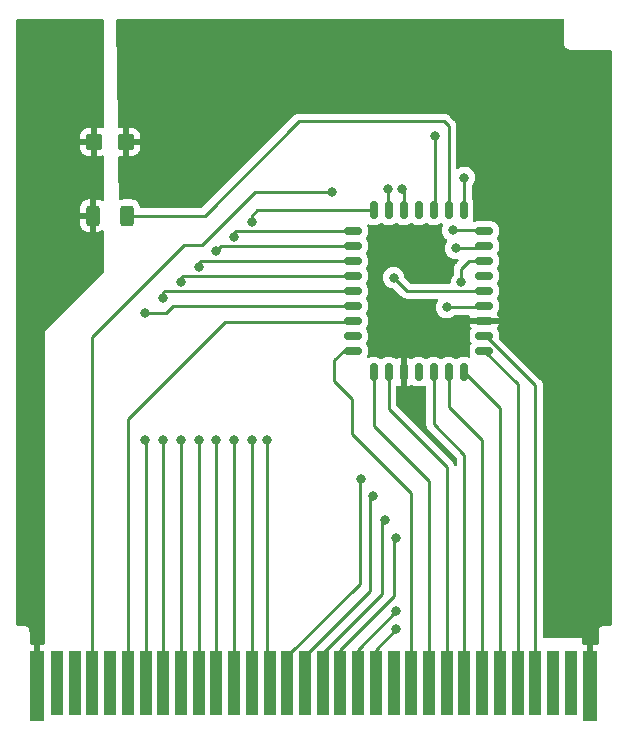
<source format=gbr>
%TF.GenerationSoftware,KiCad,Pcbnew,(6.0.6)*%
%TF.CreationDate,2022-10-29T15:41:58-04:00*%
%TF.ProjectId,isaacCart,69736161-6343-4617-9274-2e6b69636164,rev?*%
%TF.SameCoordinates,Original*%
%TF.FileFunction,Copper,L1,Top*%
%TF.FilePolarity,Positive*%
%FSLAX46Y46*%
G04 Gerber Fmt 4.6, Leading zero omitted, Abs format (unit mm)*
G04 Created by KiCad (PCBNEW (6.0.6)) date 2022-10-29 15:41:58*
%MOMM*%
%LPD*%
G01*
G04 APERTURE LIST*
G04 Aperture macros list*
%AMRoundRect*
0 Rectangle with rounded corners*
0 $1 Rounding radius*
0 $2 $3 $4 $5 $6 $7 $8 $9 X,Y pos of 4 corners*
0 Add a 4 corners polygon primitive as box body*
4,1,4,$2,$3,$4,$5,$6,$7,$8,$9,$2,$3,0*
0 Add four circle primitives for the rounded corners*
1,1,$1+$1,$2,$3*
1,1,$1+$1,$4,$5*
1,1,$1+$1,$6,$7*
1,1,$1+$1,$8,$9*
0 Add four rect primitives between the rounded corners*
20,1,$1+$1,$2,$3,$4,$5,0*
20,1,$1+$1,$4,$5,$6,$7,0*
20,1,$1+$1,$6,$7,$8,$9,0*
20,1,$1+$1,$8,$9,$2,$3,0*%
G04 Aperture macros list end*
%TA.AperFunction,SMDPad,CuDef*%
%ADD10RoundRect,0.250000X0.312500X0.625000X-0.312500X0.625000X-0.312500X-0.625000X0.312500X-0.625000X0*%
%TD*%
%TA.AperFunction,ConnectorPad*%
%ADD11R,1.300000X6.000000*%
%TD*%
%TA.AperFunction,ConnectorPad*%
%ADD12R,1.000000X5.500000*%
%TD*%
%TA.AperFunction,SMDPad,CuDef*%
%ADD13RoundRect,0.250000X-0.450000X-0.425000X0.450000X-0.425000X0.450000X0.425000X-0.450000X0.425000X0*%
%TD*%
%TA.AperFunction,SMDPad,CuDef*%
%ADD14RoundRect,0.150000X-0.150000X-0.587500X0.150000X-0.587500X0.150000X0.587500X-0.150000X0.587500X0*%
%TD*%
%TA.AperFunction,SMDPad,CuDef*%
%ADD15RoundRect,0.150000X-0.587500X-0.150000X0.587500X-0.150000X0.587500X0.150000X-0.587500X0.150000X0*%
%TD*%
%TA.AperFunction,ViaPad*%
%ADD16C,0.800000*%
%TD*%
%TA.AperFunction,Conductor*%
%ADD17C,0.250000*%
%TD*%
G04 APERTURE END LIST*
D10*
%TO.P,R1,1*%
%TO.N,Net-(R1-Pad1)*%
X112902500Y-95370000D03*
%TO.P,R1,2*%
%TO.N,+5V*%
X109977500Y-95370000D03*
%TD*%
D11*
%TO.P,J1,1,VCC*%
%TO.N,+5V*%
X105291240Y-135183407D03*
D12*
%TO.P,J1,2,CLK~{}*%
%TO.N,unconnected-(J1-Pad2)*%
X106941240Y-134933407D03*
%TO.P,J1,3,WR*%
%TO.N,unconnected-(J1-Pad3)*%
X108441240Y-134933407D03*
%TO.P,J1,4,RD*%
%TO.N,GBRD*%
X109941240Y-134933407D03*
%TO.P,J1,5,CS*%
%TO.N,unconnected-(J1-Pad5)*%
X111441240Y-134933407D03*
%TO.P,J1,6,A0*%
%TO.N,A0*%
X112941240Y-134933407D03*
%TO.P,J1,7,A1*%
%TO.N,A1*%
X114441240Y-134933407D03*
%TO.P,J1,8,A2*%
%TO.N,A2*%
X115941240Y-134933407D03*
%TO.P,J1,9,A3*%
%TO.N,A3*%
X117441240Y-134933407D03*
%TO.P,J1,10,A4*%
%TO.N,A4*%
X118941240Y-134933407D03*
%TO.P,J1,11,A5*%
%TO.N,A5*%
X120441240Y-134933407D03*
%TO.P,J1,12,A6*%
%TO.N,A6*%
X121941240Y-134933407D03*
%TO.P,J1,13,A7*%
%TO.N,A7*%
X123441240Y-134933407D03*
%TO.P,J1,14,A8*%
%TO.N,A8*%
X124941240Y-134933407D03*
%TO.P,J1,15,A9*%
%TO.N,A9*%
X126441240Y-134933407D03*
%TO.P,J1,16,A10*%
%TO.N,A10*%
X127941240Y-134933407D03*
%TO.P,J1,17,A11*%
%TO.N,A11*%
X129441240Y-134933407D03*
%TO.P,J1,18,A12*%
%TO.N,A12*%
X130941240Y-134933407D03*
%TO.P,J1,19,A13*%
%TO.N,A13*%
X132441240Y-134933407D03*
%TO.P,J1,20,A14*%
%TO.N,A14*%
X133941240Y-134933407D03*
%TO.P,J1,21,A15*%
%TO.N,unconnected-(J1-Pad21)*%
X135441240Y-134933407D03*
%TO.P,J1,22,D0*%
%TO.N,D0*%
X136941240Y-134933407D03*
%TO.P,J1,23,D1*%
%TO.N,D1*%
X138441240Y-134933407D03*
%TO.P,J1,24,D2*%
%TO.N,D2*%
X139941240Y-134933407D03*
%TO.P,J1,25,D3*%
%TO.N,D3*%
X141441240Y-134933407D03*
%TO.P,J1,26,D4*%
%TO.N,D4*%
X142941240Y-134933407D03*
%TO.P,J1,27,D5*%
%TO.N,D5*%
X144441240Y-134933407D03*
%TO.P,J1,28,D6*%
%TO.N,D6*%
X145941240Y-134933407D03*
%TO.P,J1,29,D7*%
%TO.N,D7*%
X147441240Y-134933407D03*
%TO.P,J1,30,CS2*%
%TO.N,unconnected-(J1-Pad30)*%
X148941240Y-134933407D03*
%TO.P,J1,31,IRQ*%
%TO.N,unconnected-(J1-Pad31)*%
X150441240Y-134933407D03*
D11*
%TO.P,J1,32,GND*%
%TO.N,GND*%
X152091240Y-135183407D03*
%TD*%
D13*
%TO.P,C1,1*%
%TO.N,+5V*%
X110090000Y-89120000D03*
%TO.P,C1,2*%
%TO.N,GND*%
X112790000Y-89120000D03*
%TD*%
D14*
%TO.P,U1,1*%
%TO.N,N/C*%
X137565000Y-94907500D03*
%TO.P,U1,2,A14*%
%TO.N,A14*%
X136295000Y-94907500D03*
%TO.P,U1,3,A12*%
%TO.N,A12*%
X135025000Y-94907500D03*
%TO.P,U1,4,A7*%
%TO.N,A7*%
X133755000Y-94907500D03*
D15*
%TO.P,U1,5,A6*%
%TO.N,A6*%
X132002500Y-96665000D03*
%TO.P,U1,6,A5*%
%TO.N,A5*%
X132002500Y-97935000D03*
%TO.P,U1,7,A4*%
%TO.N,A4*%
X132002500Y-99205000D03*
%TO.P,U1,8,A3*%
%TO.N,A3*%
X132002500Y-100475000D03*
%TO.P,U1,9,A2*%
%TO.N,A2*%
X132002500Y-101745000D03*
%TO.P,U1,10,A1*%
%TO.N,A1*%
X132002500Y-103015000D03*
%TO.P,U1,11,A0*%
%TO.N,A0*%
X132002500Y-104285000D03*
%TO.P,U1,12*%
%TO.N,N/C*%
X132002500Y-105555000D03*
%TO.P,U1,13,D0*%
%TO.N,D0*%
X132002500Y-106825000D03*
D14*
%TO.P,U1,14,D1*%
%TO.N,D1*%
X133755000Y-108582500D03*
%TO.P,U1,15,D2*%
%TO.N,D2*%
X135025000Y-108582500D03*
%TO.P,U1,16,GND*%
%TO.N,GND*%
X136295000Y-108582500D03*
%TO.P,U1,17*%
%TO.N,N/C*%
X137565000Y-108582500D03*
%TO.P,U1,18,D3*%
%TO.N,D3*%
X138835000Y-108582500D03*
%TO.P,U1,19,D4*%
%TO.N,D4*%
X140105000Y-108582500D03*
%TO.P,U1,20,D5*%
%TO.N,D5*%
X141375000Y-108582500D03*
D15*
%TO.P,U1,21,D6*%
%TO.N,D6*%
X143127500Y-106825000D03*
%TO.P,U1,22,D7*%
%TO.N,D7*%
X143127500Y-105555000D03*
%TO.P,U1,23,~{CE}*%
%TO.N,GND*%
X143127500Y-104285000D03*
%TO.P,U1,24,A10*%
%TO.N,A10*%
X143127500Y-103015000D03*
%TO.P,U1,25,~{OE}*%
%TO.N,GBRD*%
X143127500Y-101745000D03*
%TO.P,U1,26*%
%TO.N,N/C*%
X143127500Y-100475000D03*
%TO.P,U1,27,A11*%
%TO.N,A11*%
X143127500Y-99205000D03*
%TO.P,U1,28,A9*%
%TO.N,A9*%
X143127500Y-97935000D03*
%TO.P,U1,29,A8*%
%TO.N,A8*%
X143127500Y-96665000D03*
D14*
%TO.P,U1,30,A13*%
%TO.N,A13*%
X141375000Y-94907500D03*
%TO.P,U1,31,~{WE}*%
%TO.N,Net-(R1-Pad1)*%
X140105000Y-94907500D03*
%TO.P,U1,32,VCC*%
%TO.N,+5V*%
X138835000Y-94907500D03*
%TD*%
D16*
%TO.N,+5V*%
X138940000Y-88620000D03*
X107940000Y-91620000D03*
%TO.N,GBRD*%
X135440000Y-100620000D03*
X130190000Y-93370000D03*
%TO.N,A1*%
X114440000Y-103620000D03*
X114440000Y-114370000D03*
%TO.N,A2*%
X115928590Y-102299913D03*
X115940000Y-114370000D03*
%TO.N,A3*%
X117440000Y-101020500D03*
X117440000Y-114370000D03*
%TO.N,A4*%
X118940000Y-114370000D03*
X118940000Y-99750500D03*
%TO.N,A5*%
X120440000Y-98370000D03*
X120440000Y-114370000D03*
%TO.N,A6*%
X121940000Y-97210500D03*
X121940000Y-114370000D03*
%TO.N,A7*%
X123440000Y-114370000D03*
X123440000Y-95870000D03*
%TO.N,A8*%
X124690000Y-114370000D03*
X140440000Y-96620000D03*
%TO.N,A9*%
X132690000Y-117620000D03*
X140690000Y-98120000D03*
%TO.N,A10*%
X139940000Y-103120000D03*
X133690000Y-119120000D03*
%TO.N,A11*%
X141190000Y-101020500D03*
X134690000Y-121120000D03*
%TO.N,A12*%
X134940000Y-93120000D03*
X135690000Y-122620000D03*
%TO.N,A13*%
X141440000Y-92145500D03*
X135690000Y-128870000D03*
%TO.N,A14*%
X135690000Y-130370000D03*
X136190000Y-93120000D03*
%TO.N,GND*%
X136690000Y-111120000D03*
X150190000Y-119870000D03*
%TD*%
D17*
%TO.N,+5V*%
X138940000Y-88620000D02*
X138940000Y-94802500D01*
X138940000Y-94802500D02*
X138835000Y-94907500D01*
%TO.N,GBRD*%
X130190000Y-93370000D02*
X123690000Y-93370000D01*
X123690000Y-93370000D02*
X119190000Y-97870000D01*
X135440000Y-100620000D02*
X136565000Y-101745000D01*
X109941240Y-105618760D02*
X109941240Y-134933407D01*
X119190000Y-97870000D02*
X117690000Y-97870000D01*
X136565000Y-101745000D02*
X143127500Y-101745000D01*
X117690000Y-97870000D02*
X109941240Y-105618760D01*
%TO.N,A0*%
X131778249Y-104370000D02*
X121190000Y-104370000D01*
X132002500Y-104285000D02*
X131863249Y-104285000D01*
X131863249Y-104285000D02*
X131778249Y-104370000D01*
X112941240Y-112618760D02*
X112941240Y-134933407D01*
X121190000Y-104370000D02*
X112941240Y-112618760D01*
%TO.N,A1*%
X114441240Y-114371240D02*
X114441240Y-134933407D01*
X116795000Y-103015000D02*
X132002500Y-103015000D01*
X116190000Y-103620000D02*
X116795000Y-103015000D01*
X114440000Y-103620000D02*
X116190000Y-103620000D01*
X114440000Y-114370000D02*
X114441240Y-114371240D01*
%TO.N,A2*%
X115940000Y-101870000D02*
X115940000Y-102288503D01*
X132002500Y-101745000D02*
X116065000Y-101745000D01*
X115940000Y-102288503D02*
X115928590Y-102299913D01*
X116065000Y-101745000D02*
X115940000Y-101870000D01*
X115941240Y-114371240D02*
X115941240Y-134933407D01*
X115940000Y-114370000D02*
X115941240Y-114371240D01*
%TO.N,A3*%
X117440000Y-100620000D02*
X117440000Y-101020500D01*
X117585000Y-100475000D02*
X117440000Y-100620000D01*
X132002500Y-100475000D02*
X117585000Y-100475000D01*
X117440000Y-114370000D02*
X117441240Y-114371240D01*
X117441240Y-114371240D02*
X117441240Y-134933407D01*
%TO.N,A4*%
X119105000Y-99205000D02*
X118940000Y-99370000D01*
X118940000Y-114370000D02*
X118941240Y-114371240D01*
X118941240Y-114371240D02*
X118941240Y-134933407D01*
X118940000Y-99370000D02*
X118940000Y-99750500D01*
X132002500Y-99205000D02*
X119105000Y-99205000D01*
%TO.N,A5*%
X120441240Y-114371240D02*
X120441240Y-134933407D01*
X132002500Y-97935000D02*
X120875000Y-97935000D01*
X120875000Y-97935000D02*
X120440000Y-98370000D01*
X120440000Y-114370000D02*
X120441240Y-114371240D01*
%TO.N,A6*%
X122145000Y-96665000D02*
X121940000Y-96870000D01*
X121941240Y-114371240D02*
X121941240Y-134933407D01*
X121940000Y-114370000D02*
X121941240Y-114371240D01*
X121940000Y-96870000D02*
X121940000Y-97210500D01*
X132002500Y-96665000D02*
X122145000Y-96665000D01*
%TO.N,A7*%
X123902500Y-94907500D02*
X123440000Y-95370000D01*
X133755000Y-94907500D02*
X123902500Y-94907500D01*
X123441240Y-114371240D02*
X123441240Y-134933407D01*
X123440000Y-114370000D02*
X123441240Y-114371240D01*
X123440000Y-95370000D02*
X123440000Y-95870000D01*
%TO.N,A8*%
X124941240Y-134933407D02*
X124941240Y-132683407D01*
X140440000Y-96620000D02*
X143082500Y-96620000D01*
X124941240Y-132683407D02*
X124690000Y-132432167D01*
X124690000Y-132432167D02*
X124690000Y-114870000D01*
X143082500Y-96620000D02*
X143127500Y-96665000D01*
X124690000Y-114870000D02*
X124690000Y-114370000D01*
%TO.N,A9*%
X132566241Y-117743759D02*
X132690000Y-117620000D01*
X142942500Y-98120000D02*
X143127500Y-97935000D01*
X140690000Y-98120000D02*
X142942500Y-98120000D01*
X126441240Y-134933407D02*
X126441240Y-132683407D01*
X132566241Y-126558406D02*
X132566241Y-117870000D01*
X126441240Y-132683407D02*
X132566241Y-126558406D01*
X132566241Y-117870000D02*
X132566241Y-117743759D01*
%TO.N,A10*%
X127941240Y-132683407D02*
X127941240Y-134933407D01*
X139940000Y-103120000D02*
X143022500Y-103120000D01*
X143022500Y-103120000D02*
X143127500Y-103015000D01*
X133440000Y-127184647D02*
X127941240Y-132683407D01*
X133440000Y-119370000D02*
X133440000Y-127184647D01*
X133690000Y-119120000D02*
X133440000Y-119370000D01*
%TO.N,A11*%
X129441240Y-132368760D02*
X129441240Y-134933407D01*
X141190000Y-101020500D02*
X141190000Y-99870000D01*
X134690000Y-121120000D02*
X134440000Y-121370000D01*
X134440000Y-121370000D02*
X134440000Y-127370000D01*
X141190000Y-99870000D02*
X141855000Y-99205000D01*
X134440000Y-127370000D02*
X129441240Y-132368760D01*
X141855000Y-99205000D02*
X143127500Y-99205000D01*
%TO.N,A12*%
X135690000Y-122620000D02*
X135465000Y-122845000D01*
X135465000Y-122845000D02*
X135465000Y-127595000D01*
X134940000Y-94822500D02*
X135025000Y-94907500D01*
X130941240Y-132118760D02*
X130941240Y-134933407D01*
X134940000Y-93120000D02*
X134940000Y-94822500D01*
X135465000Y-127595000D02*
X130941240Y-132118760D01*
%TO.N,A13*%
X141440000Y-94842500D02*
X141375000Y-94907500D01*
X135690000Y-128870000D02*
X132441240Y-132118760D01*
X132441240Y-132118760D02*
X132441240Y-134933407D01*
X141440000Y-92145500D02*
X141440000Y-94842500D01*
%TO.N,A14*%
X136295000Y-93225000D02*
X136295000Y-94907500D01*
X136190000Y-93120000D02*
X136295000Y-93225000D01*
X133941240Y-132118760D02*
X133941240Y-134933407D01*
X135690000Y-130370000D02*
X133941240Y-132118760D01*
%TO.N,D0*%
X131235000Y-106825000D02*
X130440000Y-107620000D01*
X132002500Y-106825000D02*
X131235000Y-106825000D01*
X130440000Y-109370000D02*
X131940000Y-110870000D01*
X131940000Y-113870000D02*
X136941240Y-118871240D01*
X130440000Y-107620000D02*
X130440000Y-109370000D01*
X131940000Y-110870000D02*
X131940000Y-113870000D01*
X136941240Y-118871240D02*
X136941240Y-134933407D01*
%TO.N,D1*%
X133755000Y-108582500D02*
X133755000Y-113185000D01*
X133755000Y-113185000D02*
X138441240Y-117871240D01*
X138441240Y-117871240D02*
X138441240Y-134933407D01*
%TO.N,D2*%
X139941240Y-130871240D02*
X139941240Y-134933407D01*
X135025000Y-111705000D02*
X139940000Y-116620000D01*
X135025000Y-108582500D02*
X135025000Y-111705000D01*
X139940000Y-116620000D02*
X139940000Y-130870000D01*
X139940000Y-130870000D02*
X139941240Y-130871240D01*
%TO.N,D3*%
X138835000Y-108582500D02*
X138835000Y-113015000D01*
X138835000Y-113015000D02*
X141441240Y-115621240D01*
X141441240Y-115621240D02*
X141441240Y-134933407D01*
%TO.N,D4*%
X140105000Y-108582500D02*
X140105000Y-111535000D01*
X140105000Y-111535000D02*
X142941240Y-114371240D01*
X142941240Y-114371240D02*
X142941240Y-134933407D01*
%TO.N,D5*%
X144441240Y-111648740D02*
X144441240Y-134933407D01*
X141375000Y-108582500D02*
X144441240Y-111648740D01*
%TO.N,D6*%
X143127500Y-106825000D02*
X145941240Y-109638740D01*
X145941240Y-109638740D02*
X145941240Y-134933407D01*
%TO.N,D7*%
X143127500Y-105555000D02*
X143266751Y-105555000D01*
X143266751Y-105555000D02*
X147441240Y-109729489D01*
X147441240Y-109729489D02*
X147441240Y-134933407D01*
%TO.N,Net-(R1-Pad1)*%
X140105000Y-87785000D02*
X139690000Y-87370000D01*
X139690000Y-87370000D02*
X127440000Y-87370000D01*
X119440000Y-95370000D02*
X112902500Y-95370000D01*
X127440000Y-87370000D02*
X119440000Y-95370000D01*
X140105000Y-94907500D02*
X140105000Y-87785000D01*
%TD*%
%TA.AperFunction,Conductor*%
%TO.N,+5V*%
G36*
X110882121Y-78723502D02*
G01*
X110928614Y-78777158D01*
X110940000Y-78829500D01*
X110940000Y-87854496D01*
X110919998Y-87922617D01*
X110866342Y-87969110D01*
X110796068Y-87979214D01*
X110774333Y-87974089D01*
X110701293Y-87949863D01*
X110687914Y-87946995D01*
X110593562Y-87937328D01*
X110587145Y-87937000D01*
X110362115Y-87937000D01*
X110346876Y-87941475D01*
X110345671Y-87942865D01*
X110344000Y-87950548D01*
X110344000Y-90284884D01*
X110348475Y-90300123D01*
X110349865Y-90301328D01*
X110357548Y-90302999D01*
X110587095Y-90302999D01*
X110593614Y-90302662D01*
X110689206Y-90292743D01*
X110702600Y-90289851D01*
X110774124Y-90265989D01*
X110845074Y-90263405D01*
X110906158Y-90299589D01*
X110937982Y-90363053D01*
X110940000Y-90385513D01*
X110940000Y-94029518D01*
X110919998Y-94097639D01*
X110866342Y-94144132D01*
X110796068Y-94154236D01*
X110747884Y-94136778D01*
X110618757Y-94057184D01*
X110605576Y-94051037D01*
X110451290Y-93999862D01*
X110437914Y-93996995D01*
X110343562Y-93987328D01*
X110337145Y-93987000D01*
X110249615Y-93987000D01*
X110234376Y-93991475D01*
X110233171Y-93992865D01*
X110231500Y-94000548D01*
X110231500Y-96734884D01*
X110235975Y-96750123D01*
X110237365Y-96751328D01*
X110245048Y-96752999D01*
X110337095Y-96752999D01*
X110343614Y-96752662D01*
X110439206Y-96742743D01*
X110452600Y-96739851D01*
X110606784Y-96688412D01*
X110619962Y-96682239D01*
X110747697Y-96603193D01*
X110816148Y-96584355D01*
X110883918Y-96605516D01*
X110929489Y-96659957D01*
X110940000Y-96710337D01*
X110940000Y-100067810D01*
X110919998Y-100135931D01*
X110903095Y-100156905D01*
X105940000Y-105120000D01*
X105940000Y-131549407D01*
X105919998Y-131617528D01*
X105866342Y-131664021D01*
X105814000Y-131675407D01*
X105563355Y-131675407D01*
X105548116Y-131679882D01*
X105546911Y-131681272D01*
X105545240Y-131688955D01*
X105545240Y-135311407D01*
X105525238Y-135379528D01*
X105471582Y-135426021D01*
X105419240Y-135437407D01*
X105163240Y-135437407D01*
X105095119Y-135417405D01*
X105048626Y-135363749D01*
X105037240Y-135311407D01*
X105037240Y-131693523D01*
X105032765Y-131678284D01*
X105031375Y-131677079D01*
X105023692Y-131675408D01*
X104816000Y-131675408D01*
X104747879Y-131655406D01*
X104701386Y-131601750D01*
X104690000Y-131549408D01*
X104690000Y-130620000D01*
X104682206Y-130620000D01*
X104659830Y-130600611D01*
X104660287Y-130600083D01*
X104647882Y-130593308D01*
X104613940Y-130531139D01*
X104613976Y-130525279D01*
X104605850Y-130496847D01*
X104602272Y-130480085D01*
X104599352Y-130459698D01*
X104598080Y-130450813D01*
X104587451Y-130427436D01*
X104581004Y-130409913D01*
X104576416Y-130393862D01*
X104573949Y-130385229D01*
X104569156Y-130377632D01*
X104558170Y-130360220D01*
X104550030Y-130345135D01*
X104537792Y-130318218D01*
X104521030Y-130298765D01*
X104509927Y-130283761D01*
X104496224Y-130262042D01*
X104489499Y-130256103D01*
X104489496Y-130256099D01*
X104474062Y-130242468D01*
X104462018Y-130230276D01*
X104448573Y-130214673D01*
X104448570Y-130214671D01*
X104442713Y-130207873D01*
X104421165Y-130193906D01*
X104406291Y-130182615D01*
X104393783Y-130171569D01*
X104393782Y-130171568D01*
X104387049Y-130165622D01*
X104360287Y-130153057D01*
X104345309Y-130144737D01*
X104328017Y-130133529D01*
X104328012Y-130133527D01*
X104320485Y-130128648D01*
X104311892Y-130126078D01*
X104311887Y-130126076D01*
X104295880Y-130121289D01*
X104278436Y-130114628D01*
X104263324Y-130107533D01*
X104263322Y-130107532D01*
X104255200Y-130103719D01*
X104246333Y-130102338D01*
X104246332Y-130102338D01*
X104236690Y-130100837D01*
X104225983Y-130099170D01*
X104209268Y-130095387D01*
X104189534Y-130089485D01*
X104189528Y-130089484D01*
X104180934Y-130086914D01*
X104171963Y-130086859D01*
X104171962Y-130086859D01*
X104161903Y-130086798D01*
X104146494Y-130086704D01*
X104145711Y-130086671D01*
X104144614Y-130086500D01*
X104113623Y-130086500D01*
X104112853Y-130086498D01*
X104039215Y-130086048D01*
X104039214Y-130086048D01*
X104035279Y-130086024D01*
X104033935Y-130086408D01*
X104032590Y-130086500D01*
X103639500Y-130086500D01*
X103571379Y-130066498D01*
X103524886Y-130012842D01*
X103513500Y-129960500D01*
X103513500Y-96042095D01*
X108907001Y-96042095D01*
X108907338Y-96048614D01*
X108917257Y-96144206D01*
X108920149Y-96157600D01*
X108971588Y-96311784D01*
X108977761Y-96324962D01*
X109063063Y-96462807D01*
X109072099Y-96474208D01*
X109186829Y-96588739D01*
X109198240Y-96597751D01*
X109336243Y-96682816D01*
X109349424Y-96688963D01*
X109503710Y-96740138D01*
X109517086Y-96743005D01*
X109611438Y-96752672D01*
X109617854Y-96753000D01*
X109705385Y-96753000D01*
X109720624Y-96748525D01*
X109721829Y-96747135D01*
X109723500Y-96739452D01*
X109723500Y-95642115D01*
X109719025Y-95626876D01*
X109717635Y-95625671D01*
X109709952Y-95624000D01*
X108925116Y-95624000D01*
X108909877Y-95628475D01*
X108908672Y-95629865D01*
X108907001Y-95637548D01*
X108907001Y-96042095D01*
X103513500Y-96042095D01*
X103513500Y-95097885D01*
X108907000Y-95097885D01*
X108911475Y-95113124D01*
X108912865Y-95114329D01*
X108920548Y-95116000D01*
X109705385Y-95116000D01*
X109720624Y-95111525D01*
X109721829Y-95110135D01*
X109723500Y-95102452D01*
X109723500Y-94005116D01*
X109719025Y-93989877D01*
X109717635Y-93988672D01*
X109709952Y-93987001D01*
X109617905Y-93987001D01*
X109611386Y-93987338D01*
X109515794Y-93997257D01*
X109502400Y-94000149D01*
X109348216Y-94051588D01*
X109335038Y-94057761D01*
X109197193Y-94143063D01*
X109185792Y-94152099D01*
X109071261Y-94266829D01*
X109062249Y-94278240D01*
X108977184Y-94416243D01*
X108971037Y-94429424D01*
X108919862Y-94583710D01*
X108916995Y-94597086D01*
X108907328Y-94691438D01*
X108907000Y-94697854D01*
X108907000Y-95097885D01*
X103513500Y-95097885D01*
X103513500Y-89592095D01*
X108882001Y-89592095D01*
X108882338Y-89598614D01*
X108892257Y-89694206D01*
X108895149Y-89707600D01*
X108946588Y-89861784D01*
X108952761Y-89874962D01*
X109038063Y-90012807D01*
X109047099Y-90024208D01*
X109161829Y-90138739D01*
X109173240Y-90147751D01*
X109311243Y-90232816D01*
X109324424Y-90238963D01*
X109478710Y-90290138D01*
X109492086Y-90293005D01*
X109586438Y-90302672D01*
X109592854Y-90303000D01*
X109817885Y-90303000D01*
X109833124Y-90298525D01*
X109834329Y-90297135D01*
X109836000Y-90289452D01*
X109836000Y-89392115D01*
X109831525Y-89376876D01*
X109830135Y-89375671D01*
X109822452Y-89374000D01*
X108900116Y-89374000D01*
X108884877Y-89378475D01*
X108883672Y-89379865D01*
X108882001Y-89387548D01*
X108882001Y-89592095D01*
X103513500Y-89592095D01*
X103513500Y-88847885D01*
X108882000Y-88847885D01*
X108886475Y-88863124D01*
X108887865Y-88864329D01*
X108895548Y-88866000D01*
X109817885Y-88866000D01*
X109833124Y-88861525D01*
X109834329Y-88860135D01*
X109836000Y-88852452D01*
X109836000Y-87955116D01*
X109831525Y-87939877D01*
X109830135Y-87938672D01*
X109822452Y-87937001D01*
X109592905Y-87937001D01*
X109586386Y-87937338D01*
X109490794Y-87947257D01*
X109477400Y-87950149D01*
X109323216Y-88001588D01*
X109310038Y-88007761D01*
X109172193Y-88093063D01*
X109160792Y-88102099D01*
X109046261Y-88216829D01*
X109037249Y-88228240D01*
X108952184Y-88366243D01*
X108946037Y-88379424D01*
X108894862Y-88533710D01*
X108891995Y-88547086D01*
X108882328Y-88641438D01*
X108882000Y-88647855D01*
X108882000Y-88847885D01*
X103513500Y-88847885D01*
X103513500Y-78829500D01*
X103533502Y-78761379D01*
X103587158Y-78714886D01*
X103639500Y-78703500D01*
X110814000Y-78703500D01*
X110882121Y-78723502D01*
G37*
%TD.AperFunction*%
%TD*%
%TA.AperFunction,Conductor*%
%TO.N,GND*%
G36*
X149838621Y-78723502D02*
G01*
X149885114Y-78777158D01*
X149896500Y-78829500D01*
X149896500Y-80786377D01*
X149896498Y-80787147D01*
X149896024Y-80864721D01*
X149898491Y-80873352D01*
X149904150Y-80893153D01*
X149907728Y-80909915D01*
X149911920Y-80939187D01*
X149915634Y-80947355D01*
X149915634Y-80947356D01*
X149922548Y-80962562D01*
X149928996Y-80980086D01*
X149936051Y-81004771D01*
X149940843Y-81012365D01*
X149940844Y-81012368D01*
X149951830Y-81029780D01*
X149959969Y-81044863D01*
X149972208Y-81071782D01*
X149978069Y-81078584D01*
X149988970Y-81091235D01*
X150000073Y-81106239D01*
X150013776Y-81127958D01*
X150020501Y-81133897D01*
X150020504Y-81133901D01*
X150035938Y-81147532D01*
X150047982Y-81159724D01*
X150061427Y-81175327D01*
X150061430Y-81175329D01*
X150067287Y-81182127D01*
X150074816Y-81187007D01*
X150074817Y-81187008D01*
X150088835Y-81196094D01*
X150103709Y-81207385D01*
X150116217Y-81218431D01*
X150122951Y-81224378D01*
X150149711Y-81236942D01*
X150164691Y-81245263D01*
X150181983Y-81256471D01*
X150181988Y-81256473D01*
X150189515Y-81261352D01*
X150198108Y-81263922D01*
X150198113Y-81263924D01*
X150214120Y-81268711D01*
X150231564Y-81275372D01*
X150246676Y-81282467D01*
X150246678Y-81282468D01*
X150254800Y-81286281D01*
X150263667Y-81287662D01*
X150263668Y-81287662D01*
X150273310Y-81289163D01*
X150284017Y-81290830D01*
X150300732Y-81294613D01*
X150320466Y-81300515D01*
X150320472Y-81300516D01*
X150329066Y-81303086D01*
X150338037Y-81303141D01*
X150338038Y-81303141D01*
X150348097Y-81303202D01*
X150363506Y-81303296D01*
X150364289Y-81303329D01*
X150365386Y-81303500D01*
X150396377Y-81303500D01*
X150397147Y-81303502D01*
X150470785Y-81303952D01*
X150470786Y-81303952D01*
X150474721Y-81303976D01*
X150476065Y-81303592D01*
X150477410Y-81303500D01*
X153770500Y-81303500D01*
X153838621Y-81323502D01*
X153885114Y-81377158D01*
X153896500Y-81429500D01*
X153896500Y-129960500D01*
X153876498Y-130028621D01*
X153822842Y-130075114D01*
X153770500Y-130086500D01*
X153313623Y-130086500D01*
X153312853Y-130086498D01*
X153312037Y-130086493D01*
X153235279Y-130086024D01*
X153212918Y-130092415D01*
X153206847Y-130094150D01*
X153190085Y-130097728D01*
X153160813Y-130101920D01*
X153152645Y-130105634D01*
X153152644Y-130105634D01*
X153137438Y-130112548D01*
X153119914Y-130118996D01*
X153095229Y-130126051D01*
X153087635Y-130130843D01*
X153087632Y-130130844D01*
X153070220Y-130141830D01*
X153055137Y-130149969D01*
X153028218Y-130162208D01*
X153021416Y-130168069D01*
X153008765Y-130178970D01*
X152993761Y-130190073D01*
X152972042Y-130203776D01*
X152966103Y-130210501D01*
X152966099Y-130210504D01*
X152952468Y-130225938D01*
X152940276Y-130237982D01*
X152924673Y-130251427D01*
X152924671Y-130251430D01*
X152917873Y-130257287D01*
X152912993Y-130264816D01*
X152912992Y-130264817D01*
X152903906Y-130278835D01*
X152892615Y-130293709D01*
X152881569Y-130306217D01*
X152875622Y-130312951D01*
X152863058Y-130339711D01*
X152854737Y-130354691D01*
X152843529Y-130371983D01*
X152843527Y-130371988D01*
X152838648Y-130379515D01*
X152836078Y-130388108D01*
X152836076Y-130388113D01*
X152831289Y-130404120D01*
X152824628Y-130421564D01*
X152813719Y-130444800D01*
X152812338Y-130453667D01*
X152812338Y-130453668D01*
X152809170Y-130474015D01*
X152805387Y-130490732D01*
X152799485Y-130510466D01*
X152799484Y-130510472D01*
X152796914Y-130519066D01*
X152796859Y-130528037D01*
X152796859Y-130528038D01*
X152796704Y-130553497D01*
X152796671Y-130554289D01*
X152796500Y-130555386D01*
X152796500Y-130586377D01*
X152796498Y-130587147D01*
X152796024Y-130664721D01*
X152796408Y-130666065D01*
X152796500Y-130667410D01*
X152796500Y-131549407D01*
X152776498Y-131617528D01*
X152722842Y-131664021D01*
X152670500Y-131675407D01*
X152363355Y-131675407D01*
X152348116Y-131679882D01*
X152346911Y-131681272D01*
X152345240Y-131688955D01*
X152345240Y-132620000D01*
X151837240Y-132620000D01*
X151837240Y-131693523D01*
X151832765Y-131678284D01*
X151831375Y-131677079D01*
X151823692Y-131675408D01*
X151566000Y-131675408D01*
X151497879Y-131655406D01*
X151451386Y-131601750D01*
X151440000Y-131549408D01*
X151440000Y-131120000D01*
X151426446Y-131120003D01*
X151426445Y-131120003D01*
X148200770Y-131120761D01*
X148132644Y-131100775D01*
X148086139Y-131047130D01*
X148074740Y-130994761D01*
X148074740Y-109808256D01*
X148075267Y-109797073D01*
X148076942Y-109789580D01*
X148076232Y-109766973D01*
X148074802Y-109721490D01*
X148074740Y-109717532D01*
X148074740Y-109689633D01*
X148074236Y-109685642D01*
X148073303Y-109673800D01*
X148073192Y-109670246D01*
X148071914Y-109629600D01*
X148069702Y-109621986D01*
X148069701Y-109621981D01*
X148066263Y-109610148D01*
X148062252Y-109590784D01*
X148060707Y-109578553D01*
X148059714Y-109570692D01*
X148056797Y-109563325D01*
X148056796Y-109563320D01*
X148043438Y-109529581D01*
X148039594Y-109518354D01*
X148033930Y-109498861D01*
X148027258Y-109475896D01*
X148016947Y-109458461D01*
X148008252Y-109440713D01*
X148000792Y-109421872D01*
X147974804Y-109386102D01*
X147968288Y-109376182D01*
X147949820Y-109344954D01*
X147949818Y-109344951D01*
X147945782Y-109338127D01*
X147931461Y-109323806D01*
X147918620Y-109308772D01*
X147911371Y-109298795D01*
X147906712Y-109292382D01*
X147872635Y-109264191D01*
X147863856Y-109256201D01*
X144410405Y-105802749D01*
X144376379Y-105740437D01*
X144373500Y-105713654D01*
X144373500Y-105338498D01*
X144373307Y-105336042D01*
X144371067Y-105307579D01*
X144371066Y-105307574D01*
X144370562Y-105301169D01*
X144340062Y-105196186D01*
X144326357Y-105149012D01*
X144326356Y-105149010D01*
X144324145Y-105141399D01*
X144239453Y-104998193D01*
X144236513Y-104995253D01*
X144211180Y-104930734D01*
X144225079Y-104861111D01*
X144237126Y-104842364D01*
X144243090Y-104834676D01*
X144319648Y-104705221D01*
X144325893Y-104690790D01*
X144364939Y-104556395D01*
X144364899Y-104542294D01*
X144357630Y-104539000D01*
X141903122Y-104539000D01*
X141889591Y-104542973D01*
X141888456Y-104550871D01*
X141929107Y-104690790D01*
X141935352Y-104705221D01*
X142011911Y-104834677D01*
X142017871Y-104842360D01*
X142043820Y-104908444D01*
X142029922Y-104978067D01*
X142019579Y-104994161D01*
X142015547Y-104998193D01*
X141930855Y-105141399D01*
X141928644Y-105149010D01*
X141928643Y-105149012D01*
X141914938Y-105196186D01*
X141884438Y-105301169D01*
X141883934Y-105307574D01*
X141883933Y-105307579D01*
X141881693Y-105336042D01*
X141881500Y-105338498D01*
X141881500Y-105771502D01*
X141884438Y-105808831D01*
X141930855Y-105968601D01*
X142015547Y-106111807D01*
X142018229Y-106114489D01*
X142043502Y-106178861D01*
X142029600Y-106248484D01*
X142019428Y-106264312D01*
X142015547Y-106268193D01*
X141930855Y-106411399D01*
X141884438Y-106571169D01*
X141881500Y-106608498D01*
X141881500Y-107041502D01*
X141884438Y-107078831D01*
X141886232Y-107085007D01*
X141886233Y-107085011D01*
X141926751Y-107224477D01*
X141926548Y-107295473D01*
X141887994Y-107355089D01*
X141823329Y-107384397D01*
X141770603Y-107380626D01*
X141712077Y-107363623D01*
X141635008Y-107341232D01*
X141635003Y-107341231D01*
X141628831Y-107339438D01*
X141622426Y-107338934D01*
X141622421Y-107338933D01*
X141593958Y-107336693D01*
X141593950Y-107336693D01*
X141591502Y-107336500D01*
X141158498Y-107336500D01*
X141156050Y-107336693D01*
X141156042Y-107336693D01*
X141127579Y-107338933D01*
X141127574Y-107338934D01*
X141121169Y-107339438D01*
X141056858Y-107358122D01*
X140969012Y-107383643D01*
X140969010Y-107383644D01*
X140961399Y-107385855D01*
X140818193Y-107470547D01*
X140815511Y-107473229D01*
X140751139Y-107498502D01*
X140681516Y-107484600D01*
X140665688Y-107474428D01*
X140661807Y-107470547D01*
X140518601Y-107385855D01*
X140510990Y-107383644D01*
X140510988Y-107383643D01*
X140423142Y-107358122D01*
X140358831Y-107339438D01*
X140352426Y-107338934D01*
X140352421Y-107338933D01*
X140323958Y-107336693D01*
X140323950Y-107336693D01*
X140321502Y-107336500D01*
X139888498Y-107336500D01*
X139886050Y-107336693D01*
X139886042Y-107336693D01*
X139857579Y-107338933D01*
X139857574Y-107338934D01*
X139851169Y-107339438D01*
X139786858Y-107358122D01*
X139699012Y-107383643D01*
X139699010Y-107383644D01*
X139691399Y-107385855D01*
X139548193Y-107470547D01*
X139545511Y-107473229D01*
X139481139Y-107498502D01*
X139411516Y-107484600D01*
X139395688Y-107474428D01*
X139391807Y-107470547D01*
X139248601Y-107385855D01*
X139240990Y-107383644D01*
X139240988Y-107383643D01*
X139153142Y-107358122D01*
X139088831Y-107339438D01*
X139082426Y-107338934D01*
X139082421Y-107338933D01*
X139053958Y-107336693D01*
X139053950Y-107336693D01*
X139051502Y-107336500D01*
X138618498Y-107336500D01*
X138616050Y-107336693D01*
X138616042Y-107336693D01*
X138587579Y-107338933D01*
X138587574Y-107338934D01*
X138581169Y-107339438D01*
X138516858Y-107358122D01*
X138429012Y-107383643D01*
X138429010Y-107383644D01*
X138421399Y-107385855D01*
X138278193Y-107470547D01*
X138275511Y-107473229D01*
X138211139Y-107498502D01*
X138141516Y-107484600D01*
X138125688Y-107474428D01*
X138121807Y-107470547D01*
X137978601Y-107385855D01*
X137970990Y-107383644D01*
X137970988Y-107383643D01*
X137883142Y-107358122D01*
X137818831Y-107339438D01*
X137812426Y-107338934D01*
X137812421Y-107338933D01*
X137783958Y-107336693D01*
X137783950Y-107336693D01*
X137781502Y-107336500D01*
X137348498Y-107336500D01*
X137346050Y-107336693D01*
X137346042Y-107336693D01*
X137317579Y-107338933D01*
X137317574Y-107338934D01*
X137311169Y-107339438D01*
X137246858Y-107358122D01*
X137159012Y-107383643D01*
X137159010Y-107383644D01*
X137151399Y-107385855D01*
X137008193Y-107470547D01*
X137005253Y-107473487D01*
X136940729Y-107498821D01*
X136871106Y-107484920D01*
X136852360Y-107472871D01*
X136844677Y-107466911D01*
X136715221Y-107390352D01*
X136700790Y-107384107D01*
X136566395Y-107345061D01*
X136552294Y-107345101D01*
X136549000Y-107352370D01*
X136549000Y-109806878D01*
X136552973Y-109820409D01*
X136560871Y-109821544D01*
X136700790Y-109780893D01*
X136715221Y-109774648D01*
X136844676Y-109698090D01*
X136852364Y-109692126D01*
X136918449Y-109666179D01*
X136988072Y-109680080D01*
X137004158Y-109690418D01*
X137008193Y-109694453D01*
X137015023Y-109698492D01*
X137015024Y-109698493D01*
X137047217Y-109717532D01*
X137151399Y-109779145D01*
X137159010Y-109781356D01*
X137159012Y-109781357D01*
X137191230Y-109790717D01*
X137311169Y-109825562D01*
X137317574Y-109826066D01*
X137317579Y-109826067D01*
X137346042Y-109828307D01*
X137346050Y-109828307D01*
X137348498Y-109828500D01*
X137781502Y-109828500D01*
X137783950Y-109828307D01*
X137783958Y-109828307D01*
X137812421Y-109826067D01*
X137812426Y-109826066D01*
X137818831Y-109825562D01*
X137938770Y-109790717D01*
X137970988Y-109781357D01*
X137970990Y-109781356D01*
X137978601Y-109779145D01*
X138011363Y-109759769D01*
X138080178Y-109742311D01*
X138147509Y-109764828D01*
X138191978Y-109820173D01*
X138201500Y-109868224D01*
X138201500Y-112936233D01*
X138200973Y-112947416D01*
X138199298Y-112954909D01*
X138199547Y-112962835D01*
X138199547Y-112962836D01*
X138201438Y-113022986D01*
X138201500Y-113026945D01*
X138201500Y-113054856D01*
X138201997Y-113058790D01*
X138201997Y-113058791D01*
X138202005Y-113058856D01*
X138202938Y-113070693D01*
X138204327Y-113114889D01*
X138209541Y-113132836D01*
X138209978Y-113134339D01*
X138213987Y-113153700D01*
X138216526Y-113173797D01*
X138219445Y-113181168D01*
X138219445Y-113181170D01*
X138232804Y-113214912D01*
X138236649Y-113226142D01*
X138239153Y-113234760D01*
X138248982Y-113268593D01*
X138253015Y-113275412D01*
X138253017Y-113275417D01*
X138259293Y-113286028D01*
X138267988Y-113303776D01*
X138275448Y-113322617D01*
X138280110Y-113329033D01*
X138280110Y-113329034D01*
X138301436Y-113358387D01*
X138307952Y-113368307D01*
X138324414Y-113396142D01*
X138330458Y-113406362D01*
X138344779Y-113420683D01*
X138357619Y-113435716D01*
X138369528Y-113452107D01*
X138375634Y-113457158D01*
X138403605Y-113480298D01*
X138412384Y-113488288D01*
X140770835Y-115846740D01*
X140804861Y-115909052D01*
X140807740Y-115935835D01*
X140807740Y-116438634D01*
X140787738Y-116506755D01*
X140734082Y-116553248D01*
X140663808Y-116563352D01*
X140599228Y-116533858D01*
X140559698Y-116469966D01*
X140559468Y-116469069D01*
X140558474Y-116461203D01*
X140555558Y-116453837D01*
X140555556Y-116453831D01*
X140542200Y-116420098D01*
X140538355Y-116408868D01*
X140528230Y-116374017D01*
X140528230Y-116374016D01*
X140526019Y-116366407D01*
X140515705Y-116348966D01*
X140507008Y-116331213D01*
X140502472Y-116319758D01*
X140499552Y-116312383D01*
X140473563Y-116276612D01*
X140467047Y-116266692D01*
X140448578Y-116235463D01*
X140444542Y-116228638D01*
X140430221Y-116214317D01*
X140417380Y-116199283D01*
X140410131Y-116189306D01*
X140405472Y-116182893D01*
X140371395Y-116154702D01*
X140362616Y-116146712D01*
X135695405Y-111479500D01*
X135661379Y-111417188D01*
X135658500Y-111390405D01*
X135658500Y-109867643D01*
X135678502Y-109799522D01*
X135732158Y-109753029D01*
X135802432Y-109742925D01*
X135848639Y-109759189D01*
X135874779Y-109774648D01*
X135889210Y-109780893D01*
X136023605Y-109819939D01*
X136037706Y-109819899D01*
X136041000Y-109812630D01*
X136041000Y-107358122D01*
X136037027Y-107344591D01*
X136029129Y-107343456D01*
X135889210Y-107384107D01*
X135874779Y-107390352D01*
X135745324Y-107466910D01*
X135737636Y-107472874D01*
X135671551Y-107498821D01*
X135601928Y-107484920D01*
X135585842Y-107474582D01*
X135581807Y-107470547D01*
X135546537Y-107449688D01*
X135445427Y-107389892D01*
X135445428Y-107389892D01*
X135438601Y-107385855D01*
X135430990Y-107383644D01*
X135430988Y-107383643D01*
X135343142Y-107358122D01*
X135278831Y-107339438D01*
X135272426Y-107338934D01*
X135272421Y-107338933D01*
X135243958Y-107336693D01*
X135243950Y-107336693D01*
X135241502Y-107336500D01*
X134808498Y-107336500D01*
X134806050Y-107336693D01*
X134806042Y-107336693D01*
X134777579Y-107338933D01*
X134777574Y-107338934D01*
X134771169Y-107339438D01*
X134706858Y-107358122D01*
X134619012Y-107383643D01*
X134619010Y-107383644D01*
X134611399Y-107385855D01*
X134468193Y-107470547D01*
X134465511Y-107473229D01*
X134401139Y-107498502D01*
X134331516Y-107484600D01*
X134315688Y-107474428D01*
X134311807Y-107470547D01*
X134168601Y-107385855D01*
X134160990Y-107383644D01*
X134160988Y-107383643D01*
X134073142Y-107358122D01*
X134008831Y-107339438D01*
X134002426Y-107338934D01*
X134002421Y-107338933D01*
X133973958Y-107336693D01*
X133973950Y-107336693D01*
X133971502Y-107336500D01*
X133538498Y-107336500D01*
X133536050Y-107336693D01*
X133536042Y-107336693D01*
X133507579Y-107338933D01*
X133507574Y-107338934D01*
X133501169Y-107339438D01*
X133494997Y-107341231D01*
X133494992Y-107341232D01*
X133417923Y-107363623D01*
X133359398Y-107380626D01*
X133288403Y-107380423D01*
X133228786Y-107341869D01*
X133199478Y-107277204D01*
X133203249Y-107224477D01*
X133243767Y-107085011D01*
X133243768Y-107085007D01*
X133245562Y-107078831D01*
X133248500Y-107041502D01*
X133248500Y-106608498D01*
X133245562Y-106571169D01*
X133199145Y-106411399D01*
X133114453Y-106268193D01*
X133111771Y-106265511D01*
X133086498Y-106201139D01*
X133100400Y-106131516D01*
X133110572Y-106115688D01*
X133114453Y-106111807D01*
X133199145Y-105968601D01*
X133245562Y-105808831D01*
X133248500Y-105771502D01*
X133248500Y-105338498D01*
X133248307Y-105336042D01*
X133246067Y-105307579D01*
X133246066Y-105307574D01*
X133245562Y-105301169D01*
X133215062Y-105196186D01*
X133201357Y-105149012D01*
X133201356Y-105149010D01*
X133199145Y-105141399D01*
X133114453Y-104998193D01*
X133111771Y-104995511D01*
X133086498Y-104931139D01*
X133100400Y-104861516D01*
X133110572Y-104845688D01*
X133114453Y-104841807D01*
X133199145Y-104698601D01*
X133201415Y-104690790D01*
X133243767Y-104545008D01*
X133245562Y-104538831D01*
X133246376Y-104528500D01*
X133248307Y-104503958D01*
X133248307Y-104503950D01*
X133248500Y-104501502D01*
X133248500Y-104068498D01*
X133247154Y-104051395D01*
X133246067Y-104037579D01*
X133246066Y-104037574D01*
X133245562Y-104031169D01*
X133206708Y-103897432D01*
X133201357Y-103879012D01*
X133201356Y-103879010D01*
X133199145Y-103871399D01*
X133114453Y-103728193D01*
X133111771Y-103725511D01*
X133086498Y-103661139D01*
X133100400Y-103591516D01*
X133110572Y-103575688D01*
X133114453Y-103571807D01*
X133199145Y-103428601D01*
X133245562Y-103268831D01*
X133248500Y-103231502D01*
X133248500Y-102798498D01*
X133245562Y-102761169D01*
X133199145Y-102601399D01*
X133114453Y-102458193D01*
X133111771Y-102455511D01*
X133086498Y-102391139D01*
X133100400Y-102321516D01*
X133110572Y-102305688D01*
X133114453Y-102301807D01*
X133199145Y-102158601D01*
X133202799Y-102146026D01*
X133243767Y-102005008D01*
X133245562Y-101998831D01*
X133248500Y-101961502D01*
X133248500Y-101528498D01*
X133247236Y-101512434D01*
X133246067Y-101497579D01*
X133246066Y-101497574D01*
X133245562Y-101491169D01*
X133216528Y-101391231D01*
X133201357Y-101339012D01*
X133201356Y-101339010D01*
X133199145Y-101331399D01*
X133114453Y-101188193D01*
X133111771Y-101185511D01*
X133086498Y-101121139D01*
X133100400Y-101051516D01*
X133110572Y-101035688D01*
X133114453Y-101031807D01*
X133199145Y-100888601D01*
X133245562Y-100728831D01*
X133248500Y-100691502D01*
X133248500Y-100258498D01*
X133248307Y-100256042D01*
X133246067Y-100227579D01*
X133246066Y-100227574D01*
X133245562Y-100221169D01*
X133199145Y-100061399D01*
X133114453Y-99918193D01*
X133111771Y-99915511D01*
X133086498Y-99851139D01*
X133100400Y-99781516D01*
X133110572Y-99765688D01*
X133114453Y-99761807D01*
X133199145Y-99618601D01*
X133245562Y-99458831D01*
X133247793Y-99430493D01*
X133248307Y-99423958D01*
X133248307Y-99423950D01*
X133248500Y-99421502D01*
X133248500Y-98988498D01*
X133246450Y-98962449D01*
X133246067Y-98957579D01*
X133246066Y-98957574D01*
X133245562Y-98951169D01*
X133216528Y-98851231D01*
X133201357Y-98799012D01*
X133201356Y-98799010D01*
X133199145Y-98791399D01*
X133114453Y-98648193D01*
X133111771Y-98645511D01*
X133086498Y-98581139D01*
X133100400Y-98511516D01*
X133110572Y-98495688D01*
X133114453Y-98491807D01*
X133199145Y-98348601D01*
X133210381Y-98309928D01*
X133243767Y-98195008D01*
X133245562Y-98188831D01*
X133248500Y-98151502D01*
X133248500Y-97718498D01*
X133245562Y-97681169D01*
X133199145Y-97521399D01*
X133114453Y-97378193D01*
X133111771Y-97375511D01*
X133086498Y-97311139D01*
X133100400Y-97241516D01*
X133110572Y-97225688D01*
X133114453Y-97221807D01*
X133199145Y-97078601D01*
X133245562Y-96918831D01*
X133248500Y-96881502D01*
X133248500Y-96448498D01*
X133248307Y-96446042D01*
X133246067Y-96417579D01*
X133246066Y-96417574D01*
X133245562Y-96411169D01*
X133243768Y-96404993D01*
X133243767Y-96404989D01*
X133203249Y-96265523D01*
X133203452Y-96194527D01*
X133242006Y-96134911D01*
X133306671Y-96105603D01*
X133359397Y-96109374D01*
X133417923Y-96126377D01*
X133494992Y-96148768D01*
X133494997Y-96148769D01*
X133501169Y-96150562D01*
X133507574Y-96151066D01*
X133507579Y-96151067D01*
X133536042Y-96153307D01*
X133536050Y-96153307D01*
X133538498Y-96153500D01*
X133971502Y-96153500D01*
X133973950Y-96153307D01*
X133973958Y-96153307D01*
X134002421Y-96151067D01*
X134002426Y-96151066D01*
X134008831Y-96150562D01*
X134131169Y-96115020D01*
X134160988Y-96106357D01*
X134160990Y-96106356D01*
X134168601Y-96104145D01*
X134311807Y-96019453D01*
X134314489Y-96016771D01*
X134378861Y-95991498D01*
X134448484Y-96005400D01*
X134464312Y-96015572D01*
X134468193Y-96019453D01*
X134611399Y-96104145D01*
X134619010Y-96106356D01*
X134619012Y-96106357D01*
X134648831Y-96115020D01*
X134771169Y-96150562D01*
X134777574Y-96151066D01*
X134777579Y-96151067D01*
X134806042Y-96153307D01*
X134806050Y-96153307D01*
X134808498Y-96153500D01*
X135241502Y-96153500D01*
X135243950Y-96153307D01*
X135243958Y-96153307D01*
X135272421Y-96151067D01*
X135272426Y-96151066D01*
X135278831Y-96150562D01*
X135401169Y-96115020D01*
X135430988Y-96106357D01*
X135430990Y-96106356D01*
X135438601Y-96104145D01*
X135581807Y-96019453D01*
X135584489Y-96016771D01*
X135648861Y-95991498D01*
X135718484Y-96005400D01*
X135734312Y-96015572D01*
X135738193Y-96019453D01*
X135881399Y-96104145D01*
X135889010Y-96106356D01*
X135889012Y-96106357D01*
X135918831Y-96115020D01*
X136041169Y-96150562D01*
X136047574Y-96151066D01*
X136047579Y-96151067D01*
X136076042Y-96153307D01*
X136076050Y-96153307D01*
X136078498Y-96153500D01*
X136511502Y-96153500D01*
X136513950Y-96153307D01*
X136513958Y-96153307D01*
X136542421Y-96151067D01*
X136542426Y-96151066D01*
X136548831Y-96150562D01*
X136671169Y-96115020D01*
X136700988Y-96106357D01*
X136700990Y-96106356D01*
X136708601Y-96104145D01*
X136851807Y-96019453D01*
X136854489Y-96016771D01*
X136918861Y-95991498D01*
X136988484Y-96005400D01*
X137004312Y-96015572D01*
X137008193Y-96019453D01*
X137151399Y-96104145D01*
X137159010Y-96106356D01*
X137159012Y-96106357D01*
X137188831Y-96115020D01*
X137311169Y-96150562D01*
X137317574Y-96151066D01*
X137317579Y-96151067D01*
X137346042Y-96153307D01*
X137346050Y-96153307D01*
X137348498Y-96153500D01*
X137781502Y-96153500D01*
X137783950Y-96153307D01*
X137783958Y-96153307D01*
X137812421Y-96151067D01*
X137812426Y-96151066D01*
X137818831Y-96150562D01*
X137941169Y-96115020D01*
X137970988Y-96106357D01*
X137970990Y-96106356D01*
X137978601Y-96104145D01*
X138121807Y-96019453D01*
X138124489Y-96016771D01*
X138188861Y-95991498D01*
X138258484Y-96005400D01*
X138274312Y-96015572D01*
X138278193Y-96019453D01*
X138421399Y-96104145D01*
X138429010Y-96106356D01*
X138429012Y-96106357D01*
X138458831Y-96115020D01*
X138581169Y-96150562D01*
X138587574Y-96151066D01*
X138587579Y-96151067D01*
X138616042Y-96153307D01*
X138616050Y-96153307D01*
X138618498Y-96153500D01*
X139051502Y-96153500D01*
X139053950Y-96153307D01*
X139053958Y-96153307D01*
X139082421Y-96151067D01*
X139082426Y-96151066D01*
X139088831Y-96150562D01*
X139211169Y-96115020D01*
X139240988Y-96106357D01*
X139240990Y-96106356D01*
X139248601Y-96104145D01*
X139391807Y-96019453D01*
X139394489Y-96016771D01*
X139458861Y-95991498D01*
X139528484Y-96005400D01*
X139544315Y-96015575D01*
X139548193Y-96019453D01*
X139555013Y-96023486D01*
X139555019Y-96023491D01*
X139582126Y-96039522D01*
X139630579Y-96091415D01*
X139643284Y-96161265D01*
X139627107Y-96210973D01*
X139605473Y-96248444D01*
X139546458Y-96430072D01*
X139545768Y-96436633D01*
X139545768Y-96436635D01*
X139544521Y-96448498D01*
X139526496Y-96620000D01*
X139527186Y-96626565D01*
X139539145Y-96740345D01*
X139546458Y-96809928D01*
X139605473Y-96991556D01*
X139700960Y-97156944D01*
X139705378Y-97161851D01*
X139705379Y-97161852D01*
X139820711Y-97289941D01*
X139828747Y-97298866D01*
X139834089Y-97302747D01*
X139834091Y-97302749D01*
X139870060Y-97328882D01*
X139936599Y-97377225D01*
X139944107Y-97382680D01*
X139987461Y-97438902D01*
X139993536Y-97509638D01*
X139963686Y-97568923D01*
X139950960Y-97583056D01*
X139855473Y-97748444D01*
X139796458Y-97930072D01*
X139776496Y-98120000D01*
X139777186Y-98126565D01*
X139784380Y-98195008D01*
X139796458Y-98309928D01*
X139855473Y-98491556D01*
X139858776Y-98497278D01*
X139858777Y-98497279D01*
X139862369Y-98503500D01*
X139950960Y-98656944D01*
X139955378Y-98661851D01*
X139955379Y-98661852D01*
X140072024Y-98791399D01*
X140078747Y-98798866D01*
X140171628Y-98866348D01*
X140182624Y-98874337D01*
X140233248Y-98911118D01*
X140239276Y-98913802D01*
X140239278Y-98913803D01*
X140401531Y-98986042D01*
X140407712Y-98988794D01*
X140499438Y-99008291D01*
X140588056Y-99027128D01*
X140588061Y-99027128D01*
X140594513Y-99028500D01*
X140785487Y-99028500D01*
X140791944Y-99027128D01*
X140791949Y-99027127D01*
X140814029Y-99022434D01*
X140884819Y-99027837D01*
X140941451Y-99070654D01*
X140965944Y-99137292D01*
X140950522Y-99206593D01*
X140929321Y-99234774D01*
X140797742Y-99366353D01*
X140789463Y-99373887D01*
X140782982Y-99378000D01*
X140776194Y-99385229D01*
X140736357Y-99427651D01*
X140733602Y-99430493D01*
X140713865Y-99450230D01*
X140711385Y-99453427D01*
X140703682Y-99462447D01*
X140673414Y-99494679D01*
X140669595Y-99501625D01*
X140669593Y-99501628D01*
X140663652Y-99512434D01*
X140652801Y-99528953D01*
X140640386Y-99544959D01*
X140637241Y-99552228D01*
X140637238Y-99552232D01*
X140622826Y-99585537D01*
X140617609Y-99596187D01*
X140596305Y-99634940D01*
X140594334Y-99642615D01*
X140594334Y-99642616D01*
X140591267Y-99654562D01*
X140584863Y-99673266D01*
X140576819Y-99691855D01*
X140575580Y-99699678D01*
X140575577Y-99699688D01*
X140569901Y-99735524D01*
X140567495Y-99747144D01*
X140558472Y-99782289D01*
X140556500Y-99789970D01*
X140556500Y-99810224D01*
X140554949Y-99829934D01*
X140551780Y-99849943D01*
X140552526Y-99857835D01*
X140555941Y-99893961D01*
X140556500Y-99905819D01*
X140556500Y-100317976D01*
X140536498Y-100386097D01*
X140524142Y-100402279D01*
X140450960Y-100483556D01*
X140447659Y-100489274D01*
X140362990Y-100635925D01*
X140355473Y-100648944D01*
X140296458Y-100830572D01*
X140295768Y-100837133D01*
X140295768Y-100837135D01*
X140278790Y-100998671D01*
X140251777Y-101064327D01*
X140193555Y-101104957D01*
X140153480Y-101111500D01*
X136879595Y-101111500D01*
X136811474Y-101091498D01*
X136790500Y-101074595D01*
X136387122Y-100671217D01*
X136353096Y-100608905D01*
X136350907Y-100595292D01*
X136334232Y-100436635D01*
X136334232Y-100436633D01*
X136333542Y-100430072D01*
X136274527Y-100248444D01*
X136255214Y-100214992D01*
X136233655Y-100177652D01*
X136179040Y-100083056D01*
X136151418Y-100052378D01*
X136055675Y-99946045D01*
X136055674Y-99946044D01*
X136051253Y-99941134D01*
X135931307Y-99853988D01*
X135902094Y-99832763D01*
X135902093Y-99832762D01*
X135896752Y-99828882D01*
X135890724Y-99826198D01*
X135890722Y-99826197D01*
X135728319Y-99753891D01*
X135728318Y-99753891D01*
X135722288Y-99751206D01*
X135616270Y-99728671D01*
X135541944Y-99712872D01*
X135541939Y-99712872D01*
X135535487Y-99711500D01*
X135344513Y-99711500D01*
X135338061Y-99712872D01*
X135338056Y-99712872D01*
X135263730Y-99728671D01*
X135157712Y-99751206D01*
X135151682Y-99753891D01*
X135151681Y-99753891D01*
X134989278Y-99826197D01*
X134989276Y-99826198D01*
X134983248Y-99828882D01*
X134977907Y-99832762D01*
X134977906Y-99832763D01*
X134948693Y-99853988D01*
X134828747Y-99941134D01*
X134824326Y-99946044D01*
X134824325Y-99946045D01*
X134728583Y-100052378D01*
X134700960Y-100083056D01*
X134646345Y-100177652D01*
X134624787Y-100214992D01*
X134605473Y-100248444D01*
X134546458Y-100430072D01*
X134545768Y-100436633D01*
X134545768Y-100436635D01*
X134541352Y-100478653D01*
X134526496Y-100620000D01*
X134527186Y-100626565D01*
X134533752Y-100689033D01*
X134546458Y-100809928D01*
X134605473Y-100991556D01*
X134700960Y-101156944D01*
X134705378Y-101161851D01*
X134705379Y-101161852D01*
X134807141Y-101274870D01*
X134828747Y-101298866D01*
X134864130Y-101324573D01*
X134932624Y-101374337D01*
X134983248Y-101411118D01*
X134989276Y-101413802D01*
X134989278Y-101413803D01*
X135151681Y-101486109D01*
X135157712Y-101488794D01*
X135251112Y-101508647D01*
X135338056Y-101527128D01*
X135338061Y-101527128D01*
X135344513Y-101528500D01*
X135400406Y-101528500D01*
X135468527Y-101548502D01*
X135489501Y-101565405D01*
X136061343Y-102137247D01*
X136068887Y-102145537D01*
X136073000Y-102152018D01*
X136078777Y-102157443D01*
X136122667Y-102198658D01*
X136125509Y-102201413D01*
X136145230Y-102221134D01*
X136148425Y-102223612D01*
X136157447Y-102231318D01*
X136189679Y-102261586D01*
X136196628Y-102265406D01*
X136207432Y-102271346D01*
X136223956Y-102282199D01*
X136239959Y-102294613D01*
X136280543Y-102312176D01*
X136291173Y-102317383D01*
X136329940Y-102338695D01*
X136337617Y-102340666D01*
X136337622Y-102340668D01*
X136349558Y-102343732D01*
X136368266Y-102350137D01*
X136386855Y-102358181D01*
X136394683Y-102359421D01*
X136394690Y-102359423D01*
X136430524Y-102365099D01*
X136442144Y-102367505D01*
X136477289Y-102376528D01*
X136484970Y-102378500D01*
X136505224Y-102378500D01*
X136524934Y-102380051D01*
X136544943Y-102383220D01*
X136552835Y-102382474D01*
X136579007Y-102380000D01*
X136588962Y-102379059D01*
X136600819Y-102378500D01*
X139103143Y-102378500D01*
X139171264Y-102398502D01*
X139217757Y-102452158D01*
X139227861Y-102522432D01*
X139205138Y-102578416D01*
X139200960Y-102583056D01*
X139197659Y-102588774D01*
X139197658Y-102588775D01*
X139120984Y-102721579D01*
X139105473Y-102748444D01*
X139046458Y-102930072D01*
X139045768Y-102936633D01*
X139045768Y-102936635D01*
X139041339Y-102978779D01*
X139026496Y-103120000D01*
X139027186Y-103126565D01*
X139042139Y-103268831D01*
X139046458Y-103309928D01*
X139105473Y-103491556D01*
X139200960Y-103656944D01*
X139205378Y-103661851D01*
X139205379Y-103661852D01*
X139286122Y-103751526D01*
X139328747Y-103798866D01*
X139385260Y-103839925D01*
X139474178Y-103904528D01*
X139483248Y-103911118D01*
X139489276Y-103913802D01*
X139489278Y-103913803D01*
X139564678Y-103947373D01*
X139657712Y-103988794D01*
X139751112Y-104008647D01*
X139838056Y-104027128D01*
X139838061Y-104027128D01*
X139844513Y-104028500D01*
X140035487Y-104028500D01*
X140041939Y-104027128D01*
X140041944Y-104027128D01*
X140128888Y-104008647D01*
X140222288Y-103988794D01*
X140315322Y-103947373D01*
X140390722Y-103913803D01*
X140390724Y-103913802D01*
X140396752Y-103911118D01*
X140405823Y-103904528D01*
X140545061Y-103803365D01*
X140551253Y-103798866D01*
X140555668Y-103793963D01*
X140560580Y-103789540D01*
X140561705Y-103790789D01*
X140615014Y-103757949D01*
X140648200Y-103753500D01*
X141797812Y-103753500D01*
X141865933Y-103773502D01*
X141912426Y-103827158D01*
X141922530Y-103897432D01*
X141918809Y-103914653D01*
X141890061Y-104013604D01*
X141890101Y-104027706D01*
X141897370Y-104031000D01*
X144351878Y-104031000D01*
X144365409Y-104027027D01*
X144366544Y-104019129D01*
X144325893Y-103879210D01*
X144319648Y-103864779D01*
X144243089Y-103735323D01*
X144237129Y-103727640D01*
X144211180Y-103661556D01*
X144225078Y-103591933D01*
X144235421Y-103575839D01*
X144239453Y-103571807D01*
X144324145Y-103428601D01*
X144370562Y-103268831D01*
X144373500Y-103231502D01*
X144373500Y-102798498D01*
X144370562Y-102761169D01*
X144324145Y-102601399D01*
X144239453Y-102458193D01*
X144236771Y-102455511D01*
X144211498Y-102391139D01*
X144225400Y-102321516D01*
X144235572Y-102305688D01*
X144239453Y-102301807D01*
X144324145Y-102158601D01*
X144327799Y-102146026D01*
X144368767Y-102005008D01*
X144370562Y-101998831D01*
X144373500Y-101961502D01*
X144373500Y-101528498D01*
X144372236Y-101512434D01*
X144371067Y-101497579D01*
X144371066Y-101497574D01*
X144370562Y-101491169D01*
X144341528Y-101391231D01*
X144326357Y-101339012D01*
X144326356Y-101339010D01*
X144324145Y-101331399D01*
X144239453Y-101188193D01*
X144236771Y-101185511D01*
X144211498Y-101121139D01*
X144225400Y-101051516D01*
X144235572Y-101035688D01*
X144239453Y-101031807D01*
X144324145Y-100888601D01*
X144370562Y-100728831D01*
X144373500Y-100691502D01*
X144373500Y-100258498D01*
X144373307Y-100256042D01*
X144371067Y-100227579D01*
X144371066Y-100227574D01*
X144370562Y-100221169D01*
X144324145Y-100061399D01*
X144239453Y-99918193D01*
X144236771Y-99915511D01*
X144211498Y-99851139D01*
X144225400Y-99781516D01*
X144235572Y-99765688D01*
X144239453Y-99761807D01*
X144324145Y-99618601D01*
X144370562Y-99458831D01*
X144372793Y-99430493D01*
X144373307Y-99423958D01*
X144373307Y-99423950D01*
X144373500Y-99421502D01*
X144373500Y-98988498D01*
X144371450Y-98962449D01*
X144371067Y-98957579D01*
X144371066Y-98957574D01*
X144370562Y-98951169D01*
X144341528Y-98851231D01*
X144326357Y-98799012D01*
X144326356Y-98799010D01*
X144324145Y-98791399D01*
X144239453Y-98648193D01*
X144236771Y-98645511D01*
X144211498Y-98581139D01*
X144225400Y-98511516D01*
X144235572Y-98495688D01*
X144239453Y-98491807D01*
X144324145Y-98348601D01*
X144335381Y-98309928D01*
X144368767Y-98195008D01*
X144370562Y-98188831D01*
X144373500Y-98151502D01*
X144373500Y-97718498D01*
X144370562Y-97681169D01*
X144324145Y-97521399D01*
X144239453Y-97378193D01*
X144236771Y-97375511D01*
X144211498Y-97311139D01*
X144225400Y-97241516D01*
X144235572Y-97225688D01*
X144239453Y-97221807D01*
X144324145Y-97078601D01*
X144370562Y-96918831D01*
X144373500Y-96881502D01*
X144373500Y-96448498D01*
X144373307Y-96446042D01*
X144371067Y-96417579D01*
X144371066Y-96417574D01*
X144370562Y-96411169D01*
X144341400Y-96310791D01*
X144326357Y-96259012D01*
X144326356Y-96259010D01*
X144324145Y-96251399D01*
X144266248Y-96153500D01*
X144243491Y-96115020D01*
X144243489Y-96115017D01*
X144239453Y-96108193D01*
X144121807Y-95990547D01*
X144114983Y-95986511D01*
X144114980Y-95986509D01*
X143985427Y-95909892D01*
X143985428Y-95909892D01*
X143978601Y-95905855D01*
X143970990Y-95903644D01*
X143970988Y-95903643D01*
X143915656Y-95887568D01*
X143818831Y-95859438D01*
X143812426Y-95858934D01*
X143812421Y-95858933D01*
X143783958Y-95856693D01*
X143783950Y-95856693D01*
X143781502Y-95856500D01*
X142473498Y-95856500D01*
X142471050Y-95856693D01*
X142471042Y-95856693D01*
X142442579Y-95858933D01*
X142442574Y-95858934D01*
X142436169Y-95859438D01*
X142429997Y-95861231D01*
X142429992Y-95861232D01*
X142382297Y-95875089D01*
X142294398Y-95900626D01*
X142223403Y-95900423D01*
X142163786Y-95861869D01*
X142134478Y-95797204D01*
X142138249Y-95744477D01*
X142178767Y-95605011D01*
X142178768Y-95605007D01*
X142180562Y-95598831D01*
X142183500Y-95561502D01*
X142183500Y-94253498D01*
X142180562Y-94216169D01*
X142136786Y-94065488D01*
X142136357Y-94064012D01*
X142136356Y-94064010D01*
X142134145Y-94056399D01*
X142091045Y-93983521D01*
X142073500Y-93919385D01*
X142073500Y-92848024D01*
X142093502Y-92779903D01*
X142105858Y-92763721D01*
X142179040Y-92682444D01*
X142274527Y-92517056D01*
X142333542Y-92335428D01*
X142353504Y-92145500D01*
X142333542Y-91955572D01*
X142274527Y-91773944D01*
X142179040Y-91608556D01*
X142141501Y-91566864D01*
X142055675Y-91471545D01*
X142055674Y-91471544D01*
X142051253Y-91466634D01*
X141896752Y-91354382D01*
X141890724Y-91351698D01*
X141890722Y-91351697D01*
X141728319Y-91279391D01*
X141728318Y-91279391D01*
X141722288Y-91276706D01*
X141628888Y-91256853D01*
X141541944Y-91238372D01*
X141541939Y-91238372D01*
X141535487Y-91237000D01*
X141344513Y-91237000D01*
X141338061Y-91238372D01*
X141338056Y-91238372D01*
X141251113Y-91256853D01*
X141157712Y-91276706D01*
X141151682Y-91279391D01*
X141151681Y-91279391D01*
X140989278Y-91351697D01*
X140989276Y-91351698D01*
X140983248Y-91354382D01*
X140977907Y-91358262D01*
X140977906Y-91358263D01*
X140938561Y-91386849D01*
X140871693Y-91410708D01*
X140802542Y-91394627D01*
X140753061Y-91343713D01*
X140738500Y-91284913D01*
X140738500Y-87863768D01*
X140739027Y-87852585D01*
X140740702Y-87845092D01*
X140739904Y-87819683D01*
X140738562Y-87777002D01*
X140738500Y-87773044D01*
X140738500Y-87745144D01*
X140737996Y-87741153D01*
X140737063Y-87729311D01*
X140735923Y-87693036D01*
X140735674Y-87685111D01*
X140730021Y-87665652D01*
X140726012Y-87646293D01*
X140725846Y-87644983D01*
X140723474Y-87626203D01*
X140720558Y-87618837D01*
X140720556Y-87618831D01*
X140707200Y-87585098D01*
X140703355Y-87573868D01*
X140693230Y-87539017D01*
X140693230Y-87539016D01*
X140691019Y-87531407D01*
X140680705Y-87513966D01*
X140672008Y-87496213D01*
X140667472Y-87484758D01*
X140664552Y-87477383D01*
X140638563Y-87441612D01*
X140632047Y-87431692D01*
X140609542Y-87393638D01*
X140603938Y-87388033D01*
X140595220Y-87379315D01*
X140582379Y-87364281D01*
X140575131Y-87354305D01*
X140575130Y-87354304D01*
X140570472Y-87347893D01*
X140536407Y-87319712D01*
X140527626Y-87311722D01*
X140193647Y-86977742D01*
X140186113Y-86969463D01*
X140182000Y-86962982D01*
X140132347Y-86916355D01*
X140129506Y-86913601D01*
X140109770Y-86893865D01*
X140106573Y-86891385D01*
X140097551Y-86883680D01*
X140084116Y-86871064D01*
X140065321Y-86853414D01*
X140058375Y-86849595D01*
X140058372Y-86849593D01*
X140047566Y-86843652D01*
X140031047Y-86832801D01*
X140030583Y-86832441D01*
X140015041Y-86820386D01*
X140007772Y-86817241D01*
X140007768Y-86817238D01*
X139974463Y-86802826D01*
X139963813Y-86797609D01*
X139925060Y-86776305D01*
X139905437Y-86771267D01*
X139886734Y-86764863D01*
X139875420Y-86759967D01*
X139875419Y-86759967D01*
X139868145Y-86756819D01*
X139860322Y-86755580D01*
X139860312Y-86755577D01*
X139824476Y-86749901D01*
X139812856Y-86747495D01*
X139777711Y-86738472D01*
X139777710Y-86738472D01*
X139770030Y-86736500D01*
X139749776Y-86736500D01*
X139730065Y-86734949D01*
X139727534Y-86734548D01*
X139710057Y-86731780D01*
X139702165Y-86732526D01*
X139666039Y-86735941D01*
X139654181Y-86736500D01*
X127518763Y-86736500D01*
X127507579Y-86735973D01*
X127500091Y-86734299D01*
X127492168Y-86734548D01*
X127432033Y-86736438D01*
X127428075Y-86736500D01*
X127400144Y-86736500D01*
X127396229Y-86736995D01*
X127396225Y-86736995D01*
X127396167Y-86737003D01*
X127396138Y-86737006D01*
X127384296Y-86737939D01*
X127340110Y-86739327D01*
X127322744Y-86744372D01*
X127320658Y-86744978D01*
X127301306Y-86748986D01*
X127289068Y-86750532D01*
X127289066Y-86750533D01*
X127281203Y-86751526D01*
X127240086Y-86767806D01*
X127228885Y-86771641D01*
X127186406Y-86783982D01*
X127179587Y-86788015D01*
X127179582Y-86788017D01*
X127168971Y-86794293D01*
X127151221Y-86802990D01*
X127132383Y-86810448D01*
X127125967Y-86815109D01*
X127125966Y-86815110D01*
X127096625Y-86836428D01*
X127086701Y-86842947D01*
X127055460Y-86861422D01*
X127055455Y-86861426D01*
X127048637Y-86865458D01*
X127034313Y-86879782D01*
X127019281Y-86892621D01*
X127002893Y-86904528D01*
X126974712Y-86938593D01*
X126966722Y-86947373D01*
X119214500Y-94699595D01*
X119152188Y-94733621D01*
X119125405Y-94736500D01*
X114091450Y-94736500D01*
X114023329Y-94716498D01*
X113976836Y-94662842D01*
X113966123Y-94623503D01*
X113963238Y-94595692D01*
X113963237Y-94595688D01*
X113962526Y-94588834D01*
X113906550Y-94421054D01*
X113813478Y-94270652D01*
X113688303Y-94145695D01*
X113682072Y-94141854D01*
X113543968Y-94056725D01*
X113543966Y-94056724D01*
X113537738Y-94052885D01*
X113450773Y-94024040D01*
X113376389Y-93999368D01*
X113376387Y-93999368D01*
X113369861Y-93997203D01*
X113363025Y-93996503D01*
X113363022Y-93996502D01*
X113319969Y-93992091D01*
X113265400Y-93986500D01*
X112539600Y-93986500D01*
X112536354Y-93986837D01*
X112536350Y-93986837D01*
X112440692Y-93996762D01*
X112440688Y-93996763D01*
X112433834Y-93997474D01*
X112427300Y-93999654D01*
X112427295Y-93999655D01*
X112354205Y-94024040D01*
X112283255Y-94026624D01*
X112222171Y-93990440D01*
X112190347Y-93926976D01*
X112188346Y-93906507D01*
X112146372Y-91238372D01*
X112133633Y-90428566D01*
X112152561Y-90360139D01*
X112205478Y-90312808D01*
X112272459Y-90301240D01*
X112286438Y-90302672D01*
X112292854Y-90303000D01*
X112517885Y-90303000D01*
X112533124Y-90298525D01*
X112534329Y-90297135D01*
X112536000Y-90289452D01*
X112536000Y-90284884D01*
X113044000Y-90284884D01*
X113048475Y-90300123D01*
X113049865Y-90301328D01*
X113057548Y-90302999D01*
X113287095Y-90302999D01*
X113293614Y-90302662D01*
X113389206Y-90292743D01*
X113402600Y-90289851D01*
X113556784Y-90238412D01*
X113569962Y-90232239D01*
X113707807Y-90146937D01*
X113719208Y-90137901D01*
X113833739Y-90023171D01*
X113842751Y-90011760D01*
X113927816Y-89873757D01*
X113933963Y-89860576D01*
X113985138Y-89706290D01*
X113988005Y-89692914D01*
X113997672Y-89598562D01*
X113998000Y-89592146D01*
X113998000Y-89392115D01*
X113993525Y-89376876D01*
X113992135Y-89375671D01*
X113984452Y-89374000D01*
X113062115Y-89374000D01*
X113046876Y-89378475D01*
X113045671Y-89379865D01*
X113044000Y-89387548D01*
X113044000Y-90284884D01*
X112536000Y-90284884D01*
X112536000Y-88847885D01*
X113044000Y-88847885D01*
X113048475Y-88863124D01*
X113049865Y-88864329D01*
X113057548Y-88866000D01*
X113979884Y-88866000D01*
X113995123Y-88861525D01*
X113996328Y-88860135D01*
X113997999Y-88852452D01*
X113997999Y-88647905D01*
X113997662Y-88641386D01*
X113987743Y-88545794D01*
X113984851Y-88532400D01*
X113933412Y-88378216D01*
X113927239Y-88365038D01*
X113841937Y-88227193D01*
X113832901Y-88215792D01*
X113718171Y-88101261D01*
X113706760Y-88092249D01*
X113568757Y-88007184D01*
X113555576Y-88001037D01*
X113401290Y-87949862D01*
X113387914Y-87946995D01*
X113293562Y-87937328D01*
X113287145Y-87937000D01*
X113062115Y-87937000D01*
X113046876Y-87941475D01*
X113045671Y-87942865D01*
X113044000Y-87950548D01*
X113044000Y-88847885D01*
X112536000Y-88847885D01*
X112536000Y-87955116D01*
X112531525Y-87939877D01*
X112530135Y-87938672D01*
X112522452Y-87937001D01*
X112292905Y-87937001D01*
X112286386Y-87937338D01*
X112231577Y-87943025D01*
X112161756Y-87930160D01*
X112109974Y-87881589D01*
X112092591Y-87819683D01*
X111951193Y-78831479D01*
X111970120Y-78763055D01*
X112023037Y-78715724D01*
X112077176Y-78703500D01*
X149770500Y-78703500D01*
X149838621Y-78723502D01*
G37*
%TD.AperFunction*%
%TD*%
M02*

</source>
